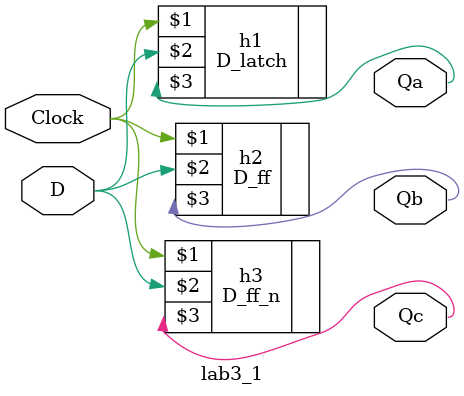
<source format=v>
`timescale 1ns/1ps

module lab3_1(D,Clock,Qa,Qb,Qc);
	input D,Clock;
	output wire Qa,Qb,Qc;

	D_latch		h1(Clock,D,Qa);
	D_ff 		h2(Clock,D,Qb);
	D_ff_n 		h3(Clock,D,Qc);

endmodule
	
</source>
